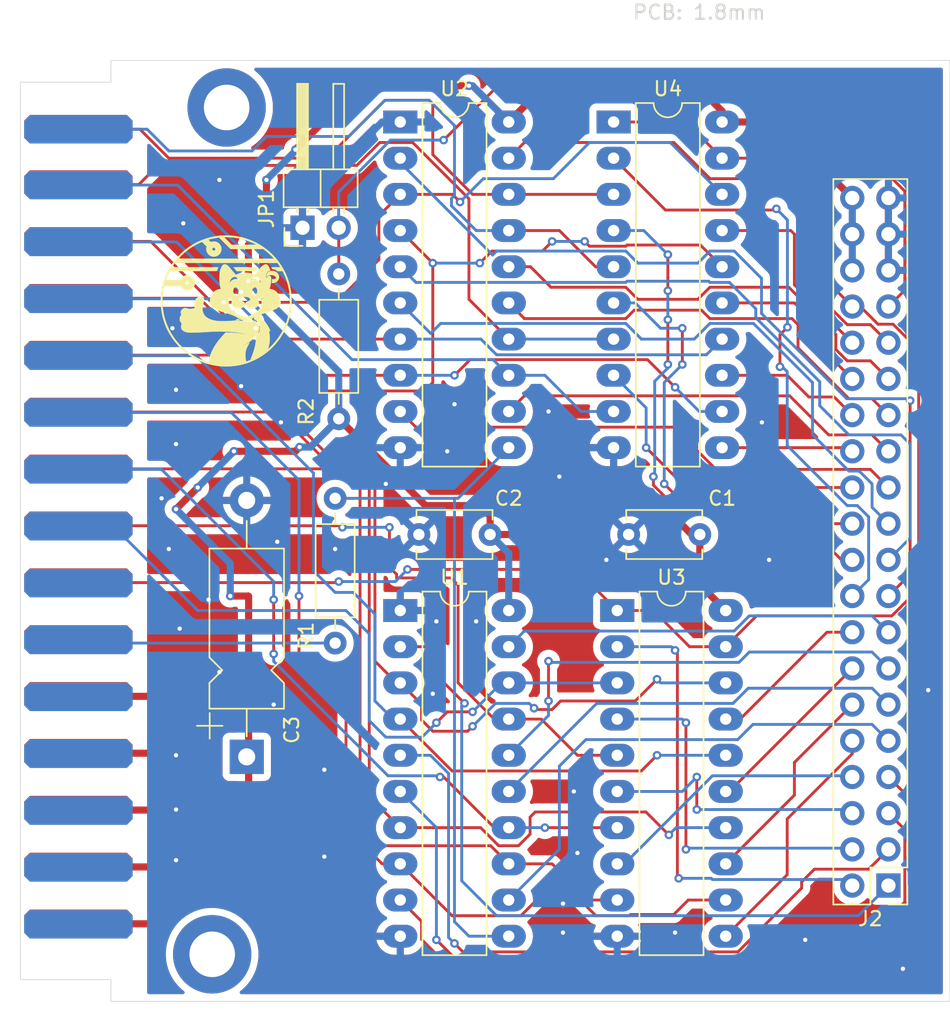
<source format=kicad_pcb>
(kicad_pcb (version 20221018) (generator pcbnew)
  (layers (0 "F.Cu" signal) (31 "B.Cu" signal) (34 "B.Paste" user) (35 "F.Paste" user) (36 "B.SilkS" user "B.Silkscreen") (37 "F.SilkS" user "F.Silkscreen") (38 "B.Mask" user) (39 "F.Mask" user) (44 "Edge.Cuts" user))
  (net 0 "")
  (net 1 "/A0")
  (net 2 "/A1")
  (net 3 "/A2")
  (net 4 "/A3")
  (net 5 "/A4")
  (net 6 "/A5")
  (net 7 "/A6")
  (net 8 "/A7")
  (net 9 "/A8")
  (net 10 "/A9")
  (net 11 "/A10")
  (net 12 "/A11")
  (net 13 "/A12")
  (net 14 "/A13")
  (net 15 "/A14")
  (net 16 "/A15")
  (net 17 "Net-(J2-Pin_33)")
  (net 18 "Net-(J1-Pin_19)")
  (net 19 "GND")
  (net 20 "/ALE")
  (net 21 "VCC")
  (net 22 "/~{SYSROM}")
  (net 23 "/D0")
  (net 24 "/D1")
  (net 25 "/D2")
  (net 26 "/D3")
  (net 27 "/D4")
  (net 28 "/D5")
  (net 29 "/D6")
  (net 30 "/D7")
  (net 31 "/D8")
  (net 32 "/D9")
  (net 33 "/D10")
  (net 34 "/D11")
  (net 35 "/D12")
  (net 36 "/D13")
  (net 37 "/D14")
  (net 38 "/D15")
  (net 39 "/IDA14")
  (net 40 "/IDA15")
  (net 41 "/IDA12")
  (net 42 "/IDA13")
  (net 43 "/IDA10")
  (net 44 "/IDA11")
  (net 45 "/IDA8")
  (net 46 "/IDA9")
  (net 47 "/IDA1")
  (net 48 "/IDA0")
  (net 49 "/IDA3")
  (net 50 "/IDA2")
  (net 51 "/IDA5")
  (net 52 "/IDA4")
  (net 53 "/IDA7")
  (net 54 "/IDA6")
  (net 55 "/RD")
  (net 56 "+7.5V")
  (net 60 "-5V")
  (net 61 "+12V")
  (footprint "Resistor_THT:R_Axial_DIN0207_L6.3mm_D2.5mm_P10.16mm_Horizontal" (layer "F.Cu") (at 109.22 80.772 -90)
    (fp_text reference "R2")
    (fp_text value "R")
  )
  (footprint "Package_DIP:CERDIP-20_W7.62mm_SideBrazed_LongPads" (layer "F.Cu") (at 128.778 104.394)
    (fp_text reference "U3")
    (fp_text value "74LS244")
  )
  (footprint "Capacitor_THT:C_Disc_D5.1mm_W3.2mm_P5.00mm" (layer "F.Cu") (at 134.58 99.06 180)
    (fp_text reference "C1")
    (fp_text value "C")
  )
  (footprint "MountingHole:MountingHole_3.2mm_M3_ISO14580_Pad_TopBottom" (layer "F.Cu") (at 100.33 128.524)
    (fp_text reference "REF**" hide)
    (fp_text value "MountingHole_3.2mm_M3_ISO14580_Pad_TopBottom" hide)
  )
  (footprint "Resistor_THT:R_Axial_DIN0207_L6.3mm_D2.5mm_P10.16mm_Horizontal" (layer "F.Cu") (at 108.966 96.52 -90)
    (fp_text reference "R1")
    (fp_text value "R")
  )
  (footprint "Package_DIP:CERDIP-20_W7.62mm_SideBrazed_LongPads" (layer "F.Cu") (at 113.538 70.104)
    (fp_text reference "U2")
    (fp_text value "74LS373")
  )
  (footprint "Package_DIP:CERDIP-20_W7.62mm_SideBrazed_LongPads" (layer "F.Cu") (at 113.538 104.394)
    (fp_text reference "U1")
    (fp_text value "74LS373")
  )
  (footprint "Connector_PinHeader_2.54mm:PinHeader_1x02_P2.54mm_Horizontal" (layer "F.Cu") (at 106.675 77.527 90)
    (fp_text reference "JP1")
    (fp_text value "LowBankSel")
  )
  (footprint "Capacitor_THT:C_Disc_D5.1mm_W3.2mm_P5.00mm" (layer "F.Cu") (at 119.848 99.06 180)
    (fp_text reference "C2")
    (fp_text value "C")
  )
  (footprint "MountingHole:MountingHole_3.2mm_M3_ISO14580_Pad_TopBottom" (layer "F.Cu") (at 101.346 69.088)
    (fp_text reference "REF**" hide)
    (fp_text value "MountingHole_3.2mm_M3_ISO14580_Pad_TopBottom" hide)
  )
  (footprint "Capacitor_THT:CP_Axial_L11.0mm_D5.0mm_P18.00mm_Horizontal" (layer "F.Cu") (at 102.7545 114.664 90)
    (fp_text reference "C3")
    (fp_text value "~")
  )
  (footprint "Custom:HP-Edge2" (layer "F.Cu") (at 91.44 92.964)
    (fp_text reference "J1" hide)
    (fp_text value "Top=Even!")
  )
  (footprint "Package_DIP:CERDIP-20_W7.62mm_SideBrazed_LongPads" (layer "F.Cu") (at 128.524 70.104)
    (fp_text reference "U4")
    (fp_text value "74LS244")
  )
  (footprint "Atkelar_Custom:Atkelar-Logo-2" (layer "F.Cu") (at 101.346 82.55)
    (fp_text reference "G***" hide)
    (fp_text value "LOGO" hide)
  )
  (footprint "Connector_PinHeader_2.54mm:PinHeader_2x20_P2.54mm_Vertical" (layer "F.Cu") (at 147.828 123.698 180)
    (fp_text reference "J2")
    (fp_text value "ROM-PCB")
  )
  (gr_line (start 93.218 67.31) (end 93.218 65.786) (stroke (width 0.05)) (layer "Edge.Cuts"))
  (gr_line (start 86.868 67.31) (end 93.218 67.31) (stroke (width 0.05)) (layer "Edge.Cuts"))
  (gr_line (start 93.218 65.786) (end 152.146 65.786) (stroke (width 0.05)) (layer "Edge.Cuts"))
  (gr_line (start 152.146 131.826) (end 93.218 131.826) (stroke (width 0.05)) (layer "Edge.Cuts"))
  (gr_line (start 152.146 65.786) (end 152.146 131.826) (stroke (width 0.05)) (layer "Edge.Cuts"))
  (gr_line (start 86.868 130.302) (end 86.868 67.31) (stroke (width 0.05)) (layer "Edge.Cuts"))
  (gr_line (start 93.218 131.826) (end 93.218 130.302) (stroke (width 0.05)) (layer "Edge.Cuts"))
  (gr_line (start 93.218 130.302) (end 86.868 130.302) (stroke (width 0.05)) (layer "Edge.Cuts"))
  (gr_text "PCB: 1.8mm" (at 129.794 62.992) (layer "Edge.Cuts") (effects (font (size 1 1)) (justify left bottom)))
  (segment (start 118.052313 110.906) (end 116.586 109.439687) (width 0.2) (layer "F.Cu") (net 1))
  (segment (start 116.078 106.934) (end 113.538 106.934) (width 0.2) (layer "F.Cu") (net 1))
  (segment (start 116.586 107.442) (end 116.078 106.934) (width 0.2) (layer "F.Cu") (net 1))
  (segment (start 116.586 109.439687) (end 116.586 107.442) (width 0.2) (layer "F.Cu") (net 1))
  (via (at 118.052313 110.906) (size 0.6) (drill 0.3) (layers "F.Cu" "B.Cu") (net 1))
  (segment (start 118.052313 110.906) (end 117.856 111.102313) (width 0.2) (layer "B.Cu") (net 1))
  (segment (start 120.302365 125.814) (end 145.712 125.814) (width 0.2) (layer "B.Cu") (net 1))
  (segment (start 117.856 123.367635) (end 120.302365 125.814) (width 0.2) (layer "B.Cu") (net 1))
  (segment (start 117.856 111.102313) (end 117.856 123.367635) (width 0.2) (layer "B.Cu") (net 1))
  (segment (start 145.712 125.814) (end 147.828 123.698) (width 0.2) (layer "B.Cu") (net 1))
  (segment (start 141.732 123.875635) (end 137.253635 128.354) (width 0.2) (layer "F.Cu") (net 2))
  (segment (start 147.828 121.158) (end 146.438 122.548) (width 0.2) (layer "F.Cu") (net 2))
  (segment (start 137.253635 128.354) (end 117.94 128.354) (width 0.2) (layer "F.Cu") (net 2))
  (segment (start 117.94 128.354) (end 117.348 127.762) (width 0.2) (layer "F.Cu") (net 2))
  (segment (start 141.732 123.444) (end 141.732 123.875635) (width 0.2) (layer "F.Cu") (net 2))
  (segment (start 142.628 122.548) (end 141.732 123.444) (width 0.2) (layer "F.Cu") (net 2))
  (segment (start 146.438 122.548) (end 142.628 122.548) (width 0.2) (layer "F.Cu") (net 2))
  (via (at 117.348 127.762) (size 0.6) (drill 0.3) (layers "F.Cu" "B.Cu") (net 2))
  (segment (start 117.348 127.762) (end 116.932 127.346) (width 0.2) (layer "B.Cu") (net 2))
  (segment (start 115.656529 114.554) (end 113.538 114.554) (width 0.2) (layer "B.Cu") (net 2))
  (segment (start 116.932 115.829471) (end 115.656529 114.554) (width 0.2) (layer "B.Cu") (net 2))
  (segment (start 116.932 127.346) (end 116.932 115.829471) (width 0.2) (layer "B.Cu") (net 2))
  (segment (start 147.828 118.618) (end 148.978 119.768) (width 0.2) (layer "F.Cu") (net 3))
  (segment (start 145.048 128.778) (end 117.348 128.778) (width 0.2) (layer "F.Cu") (net 3))
  (segment (start 117.348 128.778) (end 116.078 127.508) (width 0.2) (layer "F.Cu") (net 3))
  (segment (start 148.978 119.768) (end 148.978 124.848) (width 0.2) (layer "F.Cu") (net 3))
  (segment (start 148.978 124.848) (end 145.048 128.778) (width 0.2) (layer "F.Cu") (net 3))
  (via (at 116.078 127.508) (size 0.6) (drill 0.3) (layers "F.Cu" "B.Cu") (net 3))
  (segment (start 116.078 127.508) (end 116.078 119.634) (width 0.2) (layer "B.Cu") (net 3))
  (segment (start 116.078 119.634) (end 113.538 117.094) (width 0.2) (layer "B.Cu") (net 3))
  (segment (start 145.812 129.178) (end 116.732 129.178) (width 0.2) (layer "F.Cu") (net 4))
  (segment (start 149.378 125.612) (end 145.812 129.178) (width 0.2) (layer "F.Cu") (net 4))
  (segment (start 147.828 116.078) (end 149.378 117.628) (width 0.2) (layer "F.Cu") (net 4))
  (segment (start 116.732 129.178) (end 115.038 127.484) (width 0.2) (layer "F.Cu") (net 4))
  (segment (start 115.038 127.484) (end 115.038 126.214) (width 0.2) (layer "F.Cu") (net 4))
  (segment (start 149.378 117.628) (end 149.378 125.612) (width 0.2) (layer "F.Cu") (net 4))
  (segment (start 115.038 126.214) (end 113.538 124.714) (width 0.2) (layer "F.Cu") (net 4))
  (segment (start 146.678 112.388) (end 138.31 112.388) (width 0.2) (layer "B.Cu") (net 5))
  (segment (start 137.244 113.454) (end 126.576 113.454) (width 0.2) (layer "B.Cu") (net 5))
  (segment (start 138.31 112.388) (end 137.244 113.454) (width 0.2) (layer "B.Cu") (net 5))
  (segment (start 147.828 113.538) (end 146.678 112.388) (width 0.2) (layer "B.Cu") (net 5))
  (segment (start 124.714 121.158) (end 121.158 124.714) (width 0.2) (layer "B.Cu") (net 5))
  (segment (start 124.714 115.316) (end 124.714 121.158) (width 0.2) (layer "B.Cu") (net 5))
  (segment (start 126.576 113.454) (end 124.714 115.316) (width 0.2) (layer "B.Cu") (net 5))
  (segment (start 137.979635 109.848) (end 136.913635 110.914) (width 0.2) (layer "B.Cu") (net 6))
  (segment (start 146.678 109.848) (end 137.979635 109.848) (width 0.2) (layer "B.Cu") (net 6))
  (segment (start 147.828 110.998) (end 146.678 109.848) (width 0.2) (layer "B.Cu") (net 6))
  (segment (start 127.338 110.914) (end 121.158 117.094) (width 0.2) (layer "B.Cu") (net 6))
  (segment (start 136.913635 110.914) (end 127.338 110.914) (width 0.2) (layer "B.Cu") (net 6))
  (segment (start 123.952 107.95) (end 123.952 110.744) (width 0.2) (layer "F.Cu") (net 7))
  (via (at 123.952 107.95) (size 0.6) (drill 0.3) (layers "F.Cu" "B.Cu") (net 7))
  (via (at 123.952 110.744) (size 0.6) (drill 0.3) (layers "F.Cu" "B.Cu") (net 7))
  (segment (start 137.33 108.034) (end 124.036 108.034) (width 0.2) (layer "B.Cu") (net 7))
  (segment (start 123.952 110.744) (end 123.952 111.76) (width 0.2) (layer "B.Cu") (net 7))
  (segment (start 147.828 108.458) (end 146.678 107.308) (width 0.2) (layer "B.Cu") (net 7))
  (segment (start 124.036 108.034) (end 123.952 107.95) (width 0.2) (layer "B.Cu") (net 7))
  (segment (start 138.056 107.308) (end 137.33 108.034) (width 0.2) (layer "B.Cu") (net 7))
  (segment (start 146.678 107.308) (end 138.056 107.308) (width 0.2) (layer "B.Cu") (net 7))
  (segment (start 123.952 111.76) (end 121.158 114.554) (width 0.2) (layer "B.Cu") (net 7))
  (segment (start 147.828 105.918) (end 146.678 104.768) (width 0.2) (layer "B.Cu") (net 8))
  (segment (start 138.056 104.768) (end 136.99 105.834) (width 0.2) (layer "B.Cu") (net 8))
  (segment (start 122.258 105.834) (end 121.158 106.934) (width 0.2) (layer "B.Cu") (net 8))
  (segment (start 146.678 104.768) (end 138.056 104.768) (width 0.2) (layer "B.Cu") (net 8))
  (segment (start 136.99 105.834) (end 122.258 105.834) (width 0.2) (layer "B.Cu") (net 8))
  (segment (start 149.352 89.662) (end 149.352 101.854) (width 0.2) (layer "F.Cu") (net 9))
  (segment (start 149.352 101.854) (end 147.828 103.378) (width 0.2) (layer "F.Cu") (net 9))
  (via (at 149.352 89.662) (size 0.6) (drill 0.3) (layers "F.Cu" "B.Cu") (net 9))
  (segment (start 144.9 89.528) (end 149.218 89.528) (width 0.2) (layer "B.Cu") (net 9))
  (segment (start 113.538 72.955686) (end 120.02434 79.442026) (width 0.2) (layer "B.Cu") (net 9))
  (segment (start 130.225635 80.01) (end 134.442365 80.01) (width 0.2) (layer "B.Cu") (net 9))
  (segment (start 113.538 72.644) (end 113.538 72.955686) (width 0.2) (layer "B.Cu") (net 9))
  (segment (start 149.218 89.528) (end 149.352 89.662) (width 0.2) (layer "B.Cu") (net 9))
  (segment (start 129.379635 79.164) (end 130.225635 80.01) (width 0.2) (layer "B.Cu") (net 9))
  (segment (start 138.911686 81.076051) (end 138.911686 83.539686) (width 0.2) (layer "B.Cu") (net 9))
  (segment (start 138.911686 83.539686) (end 144.9 89.528) (width 0.2) (layer "B.Cu") (net 9))
  (segment (start 135.288365 79.164) (end 136.999635 79.164) (width 0.2) (layer "B.Cu") (net 9))
  (segment (start 136.999635 79.164) (end 138.911686 81.076051) (width 0.2) (layer "B.Cu") (net 9))
  (segment (start 120.302366 79.164) (end 129.379635 79.164) (width 0.2) (layer "B.Cu") (net 9))
  (segment (start 120.02434 79.442026) (end 120.302366 79.164) (width 0.2) (layer "B.Cu") (net 9))
  (segment (start 134.442365 80.01) (end 135.288365 79.164) (width 0.2) (layer "B.Cu") (net 9))
  (segment (start 129.379635 81.364) (end 129.463635 81.28) (width 0.2) (layer "B.Cu") (net 10))
  (segment (start 143.002 88.334314) (end 143.002 90.018346) (width 0.2) (layer "B.Cu") (net 10))
  (segment (start 143.002 90.018346) (end 145.051654 92.068) (width 0.2) (layer "B.Cu") (net 10))
  (segment (start 138.511686 83.844) (end 143.002 88.334314) (width 0.2) (layer "B.Cu") (net 10))
  (segment (start 135.288365 81.364) (end 136.659635 81.364) (width 0.2) (layer "B.Cu") (net 10))
  (segment (start 135.204365 81.28) (end 135.288365 81.364) (width 0.2) (layer "B.Cu") (net 10))
  (segment (start 136.659635 81.364) (end 138.511686 83.216051) (width 0.2) (layer "B.Cu") (net 10))
  (segment (start 138.511686 83.216051) (end 138.511686 83.844) (width 0.2) (layer "B.Cu") (net 10))
  (segment (start 149.352 99.314) (end 147.828 100.838) (width 0.2) (layer "B.Cu") (net 10))
  (segment (start 149.352 92.71) (end 149.352 99.314) (width 0.2) (layer "B.Cu") (net 10))
  (segment (start 129.463635 81.28) (end 135.204365 81.28) (width 0.2) (layer "B.Cu") (net 10))
  (segment (start 145.051654 92.068) (end 148.71 92.068) (width 0.2) (layer "B.Cu") (net 10))
  (segment (start 113.538 80.264) (end 114.638 81.364) (width 0.2) (layer "B.Cu") (net 10))
  (segment (start 114.638 81.364) (end 129.379635 81.364) (width 0.2) (layer "B.Cu") (net 10))
  (segment (start 148.71 92.068) (end 149.352 92.71) (width 0.2) (layer "B.Cu") (net 10))
  (segment (start 145.782 94.608) (end 146.678 95.504) (width 0.2) (layer "B.Cu") (net 11))
  (segment (start 138.346 84.244) (end 142.494 88.392) (width 0.2) (layer "B.Cu") (net 11))
  (segment (start 134.188365 85.344) (end 135.288365 84.244) (width 0.2) (layer "B.Cu") (net 11))
  (segment (start 142.494 92.050346) (end 145.051654 94.608) (width 0.2) (layer "B.Cu") (net 11))
  (segment (start 146.678 97.148) (end 147.828 98.298) (width 0.2) (layer "B.Cu") (net 11))
  (segment (start 142.494 88.392) (end 142.494 92.050346) (width 0.2) (layer "B.Cu") (net 11))
  (segment (start 116.378 84.244) (end 129.379635 84.244) (width 0.2) (layer "B.Cu") (net 11))
  (segment (start 129.379635 84.244) (end 130.479635 85.344) (width 0.2) (layer "B.Cu") (net 11))
  (segment (start 135.288365 84.244) (end 138.346 84.244) (width 0.2) (layer "B.Cu") (net 11))
  (segment (start 146.678 95.504) (end 146.678 97.148) (width 0.2) (layer "B.Cu") (net 11))
  (segment (start 113.538 82.804) (end 115.678 84.944) (width 0.2) (layer "B.Cu") (net 11))
  (segment (start 130.479635 85.344) (end 134.188365 85.344) (width 0.2) (layer "B.Cu") (net 11))
  (segment (start 115.678 84.944) (end 116.378 84.244) (width 0.2) (layer "B.Cu") (net 11))
  (segment (start 145.051654 94.608) (end 145.782 94.608) (width 0.2) (layer "B.Cu") (net 11))
  (segment (start 134.366 92.456) (end 134.366 93.141635) (width 0.2) (layer "F.Cu") (net 12))
  (segment (start 134.366 93.141635) (end 135.712365 94.488) (width 0.2) (layer "F.Cu") (net 12))
  (segment (start 135.712365 94.488) (end 146.558 94.488) (width 0.2) (layer "F.Cu") (net 12))
  (segment (start 114.638 91.524) (end 133.434 91.524) (width 0.2) (layer "F.Cu") (net 12))
  (segment (start 146.558 94.488) (end 147.828 95.758) (width 0.2) (layer "F.Cu") (net 12))
  (segment (start 133.434 91.524) (end 134.366 92.456) (width 0.2) (layer "F.Cu") (net 12))
  (segment (start 113.538 90.424) (end 114.638 91.524) (width 0.2) (layer "F.Cu") (net 12))
  (segment (start 122.258 89.324) (end 140.886 89.324) (width 0.2) (layer "F.Cu") (net 13))
  (segment (start 143.63 92.068) (end 146.678 92.068) (width 0.2) (layer "F.Cu") (net 13))
  (segment (start 140.886 89.324) (end 143.63 92.068) (width 0.2) (layer "F.Cu") (net 13))
  (segment (start 121.158 90.424) (end 122.258 89.324) (width 0.2) (layer "F.Cu") (net 13))
  (segment (start 146.678 92.068) (end 147.828 93.218) (width 0.2) (layer "F.Cu") (net 13))
  (segment (start 122.258 83.904) (end 129.379635 83.904) (width 0.2) (layer "F.Cu") (net 14))
  (segment (start 141.478 84.328) (end 141.478 85.954346) (width 0.2) (layer "F.Cu") (net 14))
  (segment (start 129.379635 83.904) (end 129.971635 83.312) (width 0.2) (layer "F.Cu") (net 14))
  (segment (start 146.678 89.528) (end 147.828 90.678) (width 0.2) (layer "F.Cu") (net 14))
  (segment (start 121.158 82.804) (end 122.258 83.904) (width 0.2) (layer "F.Cu") (net 14))
  (segment (start 141.478 85.954346) (end 145.051654 89.528) (width 0.2) (layer "F.Cu") (net 14))
  (segment (start 135.288365 83.904) (end 141.054 83.904) (width 0.2) (layer "F.Cu") (net 14))
  (segment (start 141.054 83.904) (end 141.478 84.328) (width 0.2) (layer "F.Cu") (net 14))
  (segment (start 134.696365 83.312) (end 135.288365 83.904) (width 0.2) (layer "F.Cu") (net 14))
  (segment (start 145.051654 89.528) (end 146.678 89.528) (width 0.2) (layer "F.Cu") (net 14))
  (segment (start 129.971635 83.312) (end 134.696365 83.312) (width 0.2) (layer "F.Cu") (net 14))
  (segment (start 121.158 80.264) (end 122.682 80.264) (width 0.2) (layer "F.Cu") (net 15))
  (segment (start 144.138 85.013686) (end 144.138 86.074346) (width 0.2) (layer "F.Cu") (net 15))
  (segment (start 144.931654 86.868) (end 146.558 86.868) (width 0.2) (layer "F.Cu") (net 15))
  (segment (start 134.442365 82.55) (end 135.288365 81.704) (width 0.2) (layer "F.Cu") (net 15))
  (segment (start 144.138 86.074346) (end 144.931654 86.868) (width 0.2) (layer "F.Cu") (net 15))
  (segment (start 129.379635 81.704) (end 130.225635 82.55) (width 0.2) (layer "F.Cu") (net 15))
  (segment (start 122.682 80.264) (end 124.122 81.704) (width 0.2) (layer "F.Cu") (net 15))
  (segment (start 130.225635 82.55) (end 134.442365 82.55) (width 0.2) (layer "F.Cu") (net 15))
  (segment (start 124.122 81.704) (end 129.379635 81.704) (width 0.2) (layer "F.Cu") (net 15))
  (segment (start 135.288365 81.704) (end 140.828314 81.704) (width 0.2) (layer "F.Cu") (net 15))
  (segment (start 140.828314 81.704) (end 144.138 85.013686) (width 0.2) (layer "F.Cu") (net 15))
  (segment (start 146.558 86.868) (end 147.828 88.138) (width 0.2) (layer "F.Cu") (net 15))
  (segment (start 141.394 74.084) (end 141.986 74.676) (width 0.2) (layer "F.Cu") (net 16))
  (segment (start 146.558 84.328) (end 147.828 85.598) (width 0.2) (layer "F.Cu") (net 16))
  (segment (start 141.986 74.676) (end 141.986 81.382346) (width 0.2) (layer "F.Cu") (net 16))
  (segment (start 135.298 74.084) (end 141.394 74.084) (width 0.2) (layer "F.Cu") (net 16))
  (segment (start 144.931654 84.328) (end 146.558 84.328) (width 0.2) (layer "F.Cu") (net 16))
  (segment (start 141.986 81.382346) (end 144.931654 84.328) (width 0.2) (layer "F.Cu") (net 16))
  (segment (start 122.258 71.544) (end 132.758 71.544) (width 0.2) (layer "F.Cu") (net 16))
  (segment (start 132.758 71.544) (end 135.298 74.084) (width 0.2) (layer "F.Cu") (net 16))
  (segment (start 121.158 72.644) (end 122.258 71.544) (width 0.2) (layer "F.Cu") (net 16))
  (segment (start 148.978 74.961654) (end 141.688346 67.672) (width 0.2) (layer "F.Cu") (net 17))
  (segment (start 120.438 67.522) (end 116.586 71.374) (width 0.2) (layer "F.Cu") (net 17))
  (segment (start 109.22 80.772) (end 109.22 77.532) (width 0.2) (layer "F.Cu") (net 17))
  (segment (start 148.978 81.908) (end 148.978 74.961654) (width 0.2) (layer "F.Cu") (net 17))
  (segment (start 135.594 67.522) (end 120.438 67.522) (width 0.2) (layer "F.Cu") (net 17))
  (segment (start 141.688346 67.672) (end 135.744 67.672) (width 0.2) (layer "F.Cu") (net 17))
  (segment (start 109.22 77.532) (end 109.215 77.527) (width 0.2) (layer "F.Cu") (net 17))
  (segment (start 147.828 83.058) (end 148.978 81.908) (width 0.2) (layer "F.Cu") (net 17))
  (segment (start 135.744 67.672) (end 135.594 67.522) (width 0.2) (layer "F.Cu") (net 17))
  (via (at 116.586 71.374) (size 0.6) (drill 0.3) (layers "F.Cu" "B.Cu") (net 17))
  (segment (start 109.215 75.011365) (end 109.215 77.527) (width 0.2) (layer "B.Cu") (net 17))
  (segment (start 112.852365 71.374) (end 109.215 75.011365) (width 0.2) (layer "B.Cu") (net 17))
  (segment (start 116.586 71.374) (end 112.852365 71.374) (width 0.2) (layer "B.Cu") (net 17))
  (segment (start 108.966 106.68) (end 91.149716 106.68) (width 0.2) (layer "B.Cu") (net 18))
  (segment (start 91.149716 106.68) (end 90.932 106.462284) (width 0.2) (layer "B.Cu") (net 18))
  (segment (start 97.245708 122.391708) (end 97.282 122.428) (width 0.5) (layer "F.Cu") (net 19))
  (segment (start 90.932 110.417424) (end 97.717424 110.417424) (width 0.5) (layer "F.Cu") (net 19))
  (segment (start 97.75372 118.40028) (end 97.79 118.364) (width 0.5) (layer "F.Cu") (net 19))
  (segment (start 97.282 122.428) (end 97.79 121.92) (width 0.5) (layer "F.Cu") (net 19))
  (segment (start 97.79 118.364) (end 97.79 114.554) (width 0.5) (layer "F.Cu") (net 19))
  (segment (start 97.717424 110.417424) (end 97.79 110.49) (width 0.2) (layer "F.Cu") (net 19))
  (segment (start 97.79 121.92) (end 97.79 118.364) (width 0.5) (layer "F.Cu") (net 19))
  (segment (start 90.932 118.40028) (end 97.75372 118.40028) (width 0.5) (layer "F.Cu") (net 19))
  (segment (start 97.644852 114.408852) (end 90.932 114.408852) (width 0.5) (layer "F.Cu") (net 19))
  (segment (start 97.79 110.49) (end 97.79 114.554) (width 0.5) (layer "F.Cu") (net 19))
  (segment (start 97.79 114.554) (end 97.644852 114.408852) (width 0.5) (layer "F.Cu") (net 19))
  (segment (start 90.932 122.391708) (end 97.245708 122.391708) (width 0.5) (layer "F.Cu") (net 19))
  (via (at 100.838 74.168) (size 0.6) (drill 0.3) (layers "F.Cu" "B.Cu") (net 19))
  (via (at 97.536 84.582) (size 0.6) (drill 0.3) (layers "F.Cu" "B.Cu") (net 19))
  (via (at 105.156 91.186) (size 0.6) (drill 0.3) (layers "F.Cu" "B.Cu") (net 19))
  (via (at 125.984 121.412) (size 0.6) (drill 0.3) (layers "F.Cu" "B.Cu") (net 19))
  (via (at 124.968 124.968) (size 0.6) (drill 0.3) (layers "F.Cu" "B.Cu") (net 19))
  (via (at 108.204 115.57) (size 0.6) (drill 0.3) (layers "F.Cu" "B.Cu") (net 19))
  (via (at 118.872 105.156) (size 0.6) (drill 0.3) (layers "F.Cu" "B.Cu") (net 19))
  (via (at 104.648 110.998) (size 0.6) (drill 0.3) (layers "F.Cu" "B.Cu") (net 19))
  (via (at 97.79 114.554) (size 0.6) (drill 0.3) (layers "F.Cu" "B.Cu") (net 19))
  (via (at 116.84 93.218) (size 0.6) (drill 0.3) (layers "F.Cu" "B.Cu") (net 19))
  (via (at 125.73 117.094) (size 0.6) (drill 0.3) (layers "F.Cu" "B.Cu") (net 19))
  (via (at 141.986 127.508) (size 0.6) (drill 0.3) (layers "F.Cu" "B.Cu") (net 19))
  (via (at 139.446 100.838) (size 0.6) (drill 0.3) (layers "F.Cu" "B.Cu") (net 19))
  (via (at 97.79 92.71) (size 0.6) (drill 0.3) (layers "F.Cu" "B.Cu") (net 19))
  (via (at 98.044 105.664) (size 0.6) (drill 0.3) (layers "F.Cu" "B.Cu") (net 19))
  (via (at 124.968 127) (size 0.6) (drill 0.3) (layers "F.Cu" "B.Cu") (net 19))
  (via (at 123.952 90.424) (size 0.6) (drill 0.3) (layers "F.Cu" "B.Cu") (net 19))
  (via (at 116.078 105.156) (size 0.6) (drill 0.3) (layers "F.Cu" "B.Cu") (net 19))
  (via (at 102.362 88.646) (size 0.6) (drill 0.3) (layers "F.Cu" "B.Cu") (net 19))
  (via (at 117.348 89.916) (size 0.6) (drill 0.3) (layers "F.Cu" "B.Cu") (net 19))
  (via (at 104.902 99.568) (size 0.6) (drill 0.3) (layers "F.Cu" "B.Cu") (net 19))
  (via (at 132.842 127) (size 0.6) (drill 0.3) (layers "F.Cu" "B.Cu") (net 19))
  (via (at 102.362 82.042) (size 0.6) (drill 0.3) (layers "F.Cu" "B.Cu") (net 19))
  (via (at 150.622 109.982) (size 0.6) (drill 0.3) (layers "F.Cu" "B.Cu") (net 19))
  (via (at 124.714 94.996) (size 0.6) (drill 0.3) (layers "F.Cu" "B.Cu") (net 19))
  (via (at 128.016 100.838) (size 0.6) (drill 0.3) (layers "F.Cu" "B.Cu") (net 19))
  (via (at 98.298 77.216) (size 0.6) (drill 0.3) (layers "F.Cu" "B.Cu") (net 19))
  (via (at 100.838 108.712) (size 0.6) (drill 0.3) (layers "F.Cu" "B.Cu") (net 19))
  (via (at 112.522 95.504) (size 0.6) (drill 0.3) (layers "F.Cu" "B.Cu") (net 19))
  (via (at 97.282 100.076) (size 0.6) (drill 0.3) (layers "F.Cu" "B.Cu") (net 19))
  (via (at 138.938 91.186) (size 0.6) (drill 0.3) (layers "F.Cu" "B.Cu") (net 19))
  (via (at 96.774 96.52) (size 0.6) (drill 0.3) (layers "F.Cu" "B.Cu") (net 19))
  (via (at 108.966 100.076) (size 0.6) (drill 0.3) (layers "F.Cu" "B.Cu") (net 19))
  (via (at 97.79 121.92) (size 0.6) (drill 0.3) (layers "F.Cu" "B.Cu") (net 19))
  (via (at 100.076 103.632) (size 0.6) (drill 0.3) (layers "F.Cu" "B.Cu") (net 19))
  (via (at 97.79 88.9) (size 0.6) (drill 0.3) (layers "F.Cu" "B.Cu") (net 19))
  (via (at 97.79 118.364) (size 0.6) (drill 0.3) (layers "F.Cu" "B.Cu") (net 19))
  (via (at 148.844 129.54) (size 0.6) (drill 0.3) (layers "F.Cu" "B.Cu") (net 19))
  (via (at 115.824 110.236) (size 0.6) (drill 0.3) (layers "F.Cu" "B.Cu") (net 19))
  (via (at 108.204 121.666) (size 0.6) (drill 0.3) (layers "F.Cu" "B.Cu") (net 19))
  (segment (start 113.538 70.104) (end 112.268 70.104) (width 0.5) (layer "B.Cu") (net 19))
  (segment (start 112.268 70.104) (end 111.252 71.12) (width 0.5) (layer "B.Cu") (net 19))
  (segment (start 117.348 126.238) (end 118.364 127.254) (width 0.2) (layer "B.Cu") (net 20))
  (segment (start 117.348 96.52) (end 117.602 96.52) (width 0.2) (layer "B.Cu") (net 20))
  (segment (start 117.348 96.52) (end 117.348 126.238) (width 0.2) (layer "B.Cu") (net 20))
  (segment (start 117.602 96.52) (end 121.158 92.964) (width 0.2) (layer "B.Cu") (net 20))
  (segment (start 118.364 127.254) (end 121.158 127.254) (width 0.2) (layer "B.Cu") (net 20))
  (segment (start 108.966 96.52) (end 117.348 96.52) (width 0.2) (layer "B.Cu") (net 20))
  (segment (start 119.848 99.06) (end 125.73 99.06) (width 0.5) (layer "F.Cu") (net 21))
  (segment (start 132.485653 97.536) (end 134.009653 99.06) (width 0.5) (layer "F.Cu") (net 21))
  (segment (start 121.158 70.104) (end 123.19 68.072) (width 0.5) (layer "F.Cu") (net 21))
  (segment (start 136.144 69.342) (end 136.144 70.104) (width 0.5) (layer "F.Cu") (net 21))
  (segment (start 102.8875 103.3955) (end 102.87 103.378) (width 0.5) (layer "F.Cu") (net 21))
  (segment (start 134.58 102.576) (end 136.398 104.394) (width 0.5) (layer "F.Cu") (net 21))
  (segment (start 102.87 103.378) (end 101.6 103.378) (width 0.5) (layer "F.Cu") (net 21))
  (segment (start 119.126 97.028) (end 119.848 97.75) (width 0.5) (layer "F.Cu") (net 21))
  (segment (start 115.316 97.028) (end 119.126 97.028) (width 0.5) (layer "F.Cu") (net 21))
  (segment (start 90.932 126.383144) (end 96.301212 126.383144) (width 0.5) (layer "F.Cu") (net 21))
  (segment (start 106.172 72.044) (end 110.652 67.564) (width 0.5) (layer "F.Cu") (net 21))
  (segment (start 134.58 99.06) (end 134.58 102.576) (width 0.5) (layer "F.Cu") (net 21))
  (segment (start 119.848 97.75) (end 119.848 99.06) (width 0.5) (layer "F.Cu") (net 21))
  (segment (start 109.22 90.932) (end 115.316 97.028) (width 0.5) (layer "F.Cu") (net 21))
  (segment (start 110.652 67.564) (end 118.364 67.564) (width 0.5) (layer "F.Cu") (net 21))
  (segment (start 127.254 97.536) (end 132.485653 97.536) (width 0.5) (layer "F.Cu") (net 21))
  (segment (start 102.87 81.28) (end 102.87 78.732) (width 0.5) (layer "F.Cu") (net 21))
  (segment (start 134.874 68.072) (end 136.144 69.342) (width 0.5) (layer "F.Cu") (net 21))
  (segment (start 123.19 68.072) (end 134.874 68.072) (width 0.5) (layer "F.Cu") (net 21))
  (segment (start 102.8875 121.72) (end 102.8875 103.3955) (width 0.5) (layer "F.Cu") (net 21))
  (segment (start 139.954 70.104) (end 145.288 75.438) (width 0.5) (layer "F.Cu") (net 21))
  (segment (start 136.144 70.104) (end 139.954 70.104) (width 0.5) (layer "F.Cu") (net 21))
  (segment (start 125.73 99.06) (end 127.254 97.536) (width 0.5) (layer "F.Cu") (net 21))
  (segment (start 106.172 93.218) (end 106.469265 92.920735) (width 0.5) (layer "F.Cu") (net 21))
  (segment (start 98.224356 124.46) (end 100.1475 124.46) (width 0.5) (layer "F.Cu") (net 21))
  (segment (start 100.1475 124.46) (end 102.8875 121.72) (width 0.5) (layer "F.Cu") (net 21))
  (segment (start 102.87 78.732) (end 104.14 77.462) (width 0.5) (layer "F.Cu") (net 21))
  (segment (start 97.79 97.282) (end 99.314 95.758) (width 0.5) (layer "F.Cu") (net 21))
  (segment (start 96.301212 126.383144) (end 98.224356 124.46) (width 0.5) (layer "F.Cu") (net 21))
  (segment (start 101.854 93.218) (end 106.172 93.218) (width 0.5) (layer "F.Cu") (net 21))
  (segment (start 104.14 77.462) (end 104.14 74.168) (width 0.5) (layer "F.Cu") (net 21))
  (segment (start 134.009653 99.06) (end 134.58 99.06) (width 0.5) (layer "F.Cu") (net 21))
  (via (at 104.14 74.168) (size 0.6) (drill 0.3) (layers "F.Cu" "B.Cu") (net 21))
  (via (at 97.79 97.282) (size 0.6) (drill 0.3) (layers "F.Cu" "B.Cu") (net 21))
  (via (at 101.854 93.218) (size 0.6) (drill 0.3) (layers "F.Cu" "B.Cu") (net 21))
  (via (at 106.172 72.044) (size 0.6) (drill 0.3) (layers "F.Cu" "B.Cu") (net 21))
  (via (at 118.364 67.564) (size 0.6) (drill 0.3) (layers "F.Cu" "B.Cu") (net 21))
  (via (at 102.87 81.28) (size 0.6) (drill 0.3) (layers "F.Cu" "B.Cu") (net 21))
  (via (at 99.314 95.758) (size 0.6) (drill 0.3) (layers "F.Cu" "B.Cu") (net 21))
  (via (at 101.6 103.378) (size 0.6) (drill 0.3) (layers "F.Cu" "B.Cu") (net 21))
  (via (at 106.469265 92.920735) (size 0.6) (drill 0.3) (layers "F.Cu" "B.Cu") (net 21))
  (segment (start 109.22 90.932) (end 109.22 87.63) (width 0.5) (layer "B.Cu") (net 21))
  (segment (start 107.231265 92.920735) (end 109.22 90.932) (width 0.5) (layer "B.Cu") (net 21))
  (segment (start 101.6 101.092) (end 97.79 97.282) (width 0.5) (layer "B.Cu") (net 21))
  (segment (start 118.618 67.564) (end 121.158 70.104) (width 0.5) (layer "B.Cu") (net 21))
  (segment (start 118.364 67.564) (end 118.618 67.564) (width 0.5) (layer "B.Cu") (net 21))
  (segment (start 109.22 87.63) (end 102.87 81.28) (width 0.5) (layer "B.Cu") (net 21))
  (segment (start 104.14 74.168) (end 106.172 72.136) (width 0.5) (layer "B.Cu") (net 21))
  (segment (start 145.288 75.438) (end 145.288 77.978) (width 0.5) (layer "B.Cu") (net 21))
  (segment (start 145.288 77.978) (end 145.288 80.518) (width 0.5) (layer "B.Cu") (net 21))
  (segment (start 101.6 103.378) (end 101.6 101.092) (width 0.5) (layer "B.Cu") (net 21))
  (segment (start 121.158 100.37) (end 119.848 99.06) (width 0.5) (layer "B.Cu") (net 21))
  (segment (start 106.469265 92.920735) (end 107.231265 92.920735) (width 0.5) (layer "B.Cu") (net 21))
  (segment (start 121.158 104.394) (end 121.158 100.37) (width 0.5) (layer "B.Cu") (net 21))
  (segment (start 106.172 72.136) (end 106.172 72.044) (width 0.5) (layer "B.Cu") (net 21))
  (segment (start 99.314 95.758) (end 101.854 93.218) (width 0.5) (layer "B.Cu") (net 21))
  (segment (start 133.604 70.104) (end 136.144 72.644) (width 0.2) (layer "F.Cu") (net 22))
  (segment (start 147.094843 84.299157) (end 145.853686 83.058) (width 0.2) (layer "F.Cu") (net 22))
  (segment (start 148.155503 84.299157) (end 147.094843 84.299157) (width 0.2) (layer "F.Cu") (net 22))
  (segment (start 145.853686 83.058) (end 145.288 83.058) (width 0.2) (layer "F.Cu") (net 22))
  (segment (start 136.398 106.934) (end 138.564 104.768) (width 0.2) (layer "F.Cu") (net 22))
  (segment (start 90.932 102.434568) (end 109.147432 102.434568) (width 0.2) (layer "F.Cu") (net 22))
  (segment (start 140.716 72.644) (end 143.51 75.438) (width 0.2) (layer "F.Cu") (net 22))
  (segment (start 148.064346 104.768) (end 149.952 102.880346) (width 0.2) (layer "F.Cu") (net 22))
  (segment (start 136.144 72.644) (end 140.716 72.644) (width 0.2) (layer "F.Cu") (net 22))
  (segment (start 114.046 101.508) (end 125.892 101.508) (width 0.2) (layer "F.Cu") (net 22))
  (segment (start 138.564 104.768) (end 148.064346 104.768) (width 0.2) (layer "F.Cu") (net 22))
  (segment (start 109.147432 102.434568) (end 109.22 102.362) (width 0.2) (layer "F.Cu") (net 22))
  (segment (start 131.318 104.394) (end 133.858 106.934) (width 0.2) (layer "F.Cu") (net 22))
  (segment (start 149.952 102.880346) (end 149.952 86.095654) (width 0.2) (layer "F.Cu") (net 22))
  (segment (start 133.858 106.934) (end 136.398 106.934) (width 0.2) (layer "F.Cu") (net 22))
  (segment (start 128.778 104.394) (end 131.318 104.394) (width 0.2) (layer "F.Cu") (net 22))
  (segment (start 149.952 86.095654) (end 148.155503 84.299157) (width 0.2) (layer "F.Cu") (net 22))
  (segment (start 125.892 101.508) (end 128.778 104.394) (width 0.2) (layer "F.Cu") (net 22))
  (segment (start 143.51 75.438) (end 143.51 81.28) (width 0.2) (layer "F.Cu") (net 22))
  (segment (start 128.524 70.104) (end 133.604 70.104) (width 0.2) (layer "F.Cu") (net 22))
  (segment (start 143.51 81.28) (end 145.288 83.058) (width 0.2) (layer "F.Cu") (net 22))
  (via (at 114.046 101.508) (size 0.6) (drill 0.3) (layers "F.Cu" "B.Cu") (net 22))
  (via (at 109.22 102.362) (size 0.6) (drill 0.3) (layers "F.Cu" "B.Cu") (net 22))
  (segment (start 113.192 102.362) (end 114.046 101.508) (width 0.2) (layer "B.Cu") (net 22))
  (segment (start 109.22 102.362) (end 113.192 102.362) (width 0.2) (layer "B.Cu") (net 22))
  (segment (start 133.004 123.098) (end 133.004 107.35) (width 0.2) (layer "F.Cu") (net 23))
  (segment (start 133.096 123.19) (end 133.004 123.098) (width 0.2) (layer "F.Cu") (net 23))
  (segment (start 133.004 107.35) (end 132.842 107.188) (width 0.2) (layer "F.Cu") (net 23))
  (via (at 133.096 123.19) (size 0.6) (drill 0.3) (layers "F.Cu" "B.Cu") (net 23))
  (via (at 132.842 107.188) (size 0.6) (drill 0.3) (layers "F.Cu" "B.Cu") (net 23))
  (segment (start 135.382 123.19) (end 135.466 123.274) (width 0.2) (layer "B.Cu") (net 23))
  (segment (start 133.096 123.19) (end 135.382 123.19) (width 0.2) (layer "B.Cu") (net 23))
  (segment (start 132.842 107.188) (end 132.588 106.934) (width 0.2) (layer "B.Cu") (net 23))
  (segment (start 135.466 123.274) (end 144.864 123.274) (width 0.2) (layer "B.Cu") (net 23))
  (segment (start 132.588 106.934) (end 128.778 106.934) (width 0.2) (layer "B.Cu") (net 23))
  (segment (start 144.864 123.274) (end 145.288 123.698) (width 0.2) (layer "B.Cu") (net 23))
  (segment (start 133.604 121.158) (end 133.604 112.268) (width 0.2) (layer "F.Cu") (net 24))
  (via (at 133.604 112.268) (size 0.6) (drill 0.3) (layers "F.Cu" "B.Cu") (net 24))
  (via (at 133.604 121.158) (size 0.6) (drill 0.3) (layers "F.Cu" "B.Cu") (net 24))
  (segment (start 133.604 112.268) (end 133.35 112.014) (width 0.2) (layer "B.Cu") (net 24))
  (segment (start 145.204 121.074) (end 145.288 121.158) (width 0.2) (layer "B.Cu") (net 24))
  (segment (start 133.688 121.074) (end 145.204 121.074) (width 0.2) (layer "B.Cu") (net 24))
  (segment (start 133.35 112.014) (end 128.778 112.014) (width 0.2) (layer "B.Cu") (net 24))
  (segment (start 133.604 121.158) (end 133.688 121.074) (width 0.2) (layer "B.Cu") (net 24))
  (segment (start 134.366 118.364) (end 134.366 116.078) (width 0.2) (layer "F.Cu") (net 25))
  (via (at 134.366 118.364) (size 0.6) (drill 0.3) (layers "F.Cu" "B.Cu") (net 25))
  (via (at 134.366 116.078) (size 0.6) (drill 0.3) (layers "F.Cu" "B.Cu") (net 25))
  (segment (start 145.034 118.364) (end 134.366 118.364) (width 0.2) (layer "B.Cu") (net 25))
  (segment (start 134.366 116.078) (end 133.35 117.094) (width 0.2) (layer "B.Cu") (net 25))
  (segment (start 133.35 117.094) (end 128.778 117.094) (width 0.2) (layer "B.Cu") (net 25))
  (segment (start 145.288 118.618) (end 145.034 118.364) (width 0.2) (layer "B.Cu") (net 25))
  (segment (start 135.466 115.994) (end 129.286 122.174) (width 0.2) (layer "B.Cu") (net 26))
  (segment (start 129.286 122.174) (end 128.778 122.174) (width 0.2) (layer "B.Cu") (net 26))
  (segment (start 145.288 116.078) (end 145.204 115.994) (width 0.2) (layer "B.Cu") (net 26))
  (segment (start 145.204 115.994) (end 135.466 115.994) (width 0.2) (layer "B.Cu") (net 26))
  (segment (start 145.288 113.538) (end 145.288 114.451654) (width 0.2) (layer "F.Cu") (net 27))
  (segment (start 140.716 119.023654) (end 140.716 122.936) (width 0.2) (layer "F.Cu") (net 27))
  (segment (start 145.288 114.451654) (end 140.716 119.023654) (width 0.2) (layer "F.Cu") (net 27))
  (segment (start 140.716 122.936) (end 136.398 127.254) (width 0.2) (layer "F.Cu") (net 27))
  (segment (start 141.224 115.062) (end 141.224 117.348) (width 0.2) (layer "F.Cu") (net 28))
  (segment (start 145.288 110.998) (end 141.224 115.062) (width 0.2) (layer "F.Cu") (net 28))
  (segment (start 141.224 117.348) (end 136.398 122.174) (width 0.2) (layer "F.Cu") (net 28))
  (segment (start 145.288 108.458) (end 136.652 117.094) (width 0.2) (layer "F.Cu") (net 29))
  (segment (start 136.652 117.094) (end 136.398 117.094) (width 0.2) (layer "F.Cu") (net 29))
  (segment (start 145.288 105.918) (end 143.51 105.918) (width 0.2) (layer "F.Cu") (net 30))
  (segment (start 143.51 105.918) (end 137.414 112.014) (width 0.2) (layer "F.Cu") (net 30))
  (segment (start 137.414 112.014) (end 136.398 112.014) (width 0.2) (layer "F.Cu") (net 30))
  (segment (start 132.164 76.284) (end 139.87 76.284) (width 0.2) (layer "F.Cu") (net 31))
  (segment (start 140.208 85.037175) (end 140.732852 84.512323) (width 0.2) (layer "F.Cu") (net 31))
  (segment (start 128.524 72.644) (end 132.164 76.284) (width 0.2) (layer "F.Cu") (net 31))
  (segment (start 140.208 87.284) (end 140.208 85.037175) (width 0.2) (layer "F.Cu") (net 31))
  (segment (start 139.87 76.284) (end 139.954 76.2) (width 0.2) (layer "F.Cu") (net 31))
  (via (at 139.954 76.2) (size 0.6) (drill 0.3) (layers "F.Cu" "B.Cu") (net 31))
  (via (at 140.208 87.284) (size 0.6) (drill 0.3) (layers "F.Cu" "B.Cu") (net 31))
  (via (at 140.732852 84.512323) (size 0.6) (drill 0.3) (layers "F.Cu" "B.Cu") (net 31))
  (segment (start 145.644346 97.028) (end 146.438 97.821654) (width 0.2) (layer "B.Cu") (net 31))
  (segment (start 140.716 87.63) (end 140.716 92.812346) (width 0.2) (layer "B.Cu") (net 31))
  (segment (start 146.438 97.821654) (end 146.438 102.228) (width 0.2) (layer "B.Cu") (net 31))
  (segment (start 140.208 87.284) (end 140.37 87.284) (width 0.2) (layer "B.Cu") (net 31))
  (segment (start 140.732852 84.512323) (end 140.732852 76.978852) (width 0.2) (layer "B.Cu") (net 31))
  (segment (start 140.732852 76.978852) (end 139.954 76.2) (width 0.2) (layer "B.Cu") (net 31))
  (segment (start 144.931654 97.028) (end 145.644346 97.028) (width 0.2) (layer "B.Cu") (net 31))
  (segment (start 140.37 87.284) (end 140.716 87.63) (width 0.2) (layer "B.Cu") (net 31))
  (segment (start 146.438 102.228) (end 145.288 103.378) (width 0.2) (layer "B.Cu") (net 31))
  (segment (start 140.716 92.812346) (end 144.931654 97.028) (width 0.2) (layer "B.Cu") (net 31))
  (segment (start 133.009471 97.282) (end 140.97 97.282) (width 0.2) (layer "F.Cu") (net 32))
  (segment (start 132.334 79.756) (end 132.334 79.41) (width 0.2) (layer "F.Cu") (net 32))
  (segment (start 131.318 95.590529) (end 133.009471 97.282) (width 0.2) (layer "F.Cu") (net 32))
  (segment (start 132.334 81.95) (end 132.334 79.756) (width 0.2) (layer "F.Cu") (net 32))
  (segment (start 131.318 94.996) (end 131.318 95.590529) (width 0.2) (layer "F.Cu") (net 32))
  (segment (start 140.97 97.282) (end 144.526 100.838) (width 0.2) (layer "F.Cu") (net 32))
  (segment (start 132.334 84.582) (end 132.334 83.982) (width 0.2) (layer "F.Cu") (net 32))
  (segment (start 132.334 87.122) (end 132.334 84.582) (width 0.2) (layer "F.Cu") (net 32))
  (segment (start 144.526 100.838) (end 145.288 100.838) (width 0.2) (layer "F.Cu") (net 32))
  (via (at 131.318 94.996) (size 0.6) (drill 0.3) (layers "F.Cu" "B.Cu") (net 32))
  (via (at 132.334 81.95) (size 0.6) (drill 0.3) (layers "F.Cu" "B.Cu") (net 32))
  (via (at 132.334 83.982) (size 0.6) (drill 0.3) (layers "F.Cu" "B.Cu") (net 32))
  (via (at 132.334 79.41) (size 0.6) (drill 0.3) (layers "F.Cu" "B.Cu") (net 32))
  (via (at 132.334 87.122) (size 0.6) (drill 0.3) (layers "F.Cu" "B.Cu") (net 32))
  (segment (start 130.648 77.724) (end 128.524 77.724) (width 0.2) (layer "B.Cu") (net 32))
  (segment (start 132.334 87.376) (end 132.334 87.122) (width 0.2) (layer "B.Cu") (net 32))
  (segment (start 132.334 79.41) (end 130.648 77.724) (width 0.2) (layer "B.Cu") (net 32))
  (segment (start 131.41 88.3) (end 132.334 87.376) (width 0.2) (layer "B.Cu") (net 32))
  (segment (start 132.334 83.982) (end 132.334 81.95) (width 0.2) (layer "B.Cu") (net 32))
  (segment (start 131.41 94.904) (end 131.41 88.3) (width 0.2) (layer "B.Cu") (net 32))
  (segment (start 131.318 94.996) (end 131.41 94.904) (width 0.2) (layer "B.Cu") (net 32))
  (segment (start 143.256 98.298) (end 141.478 96.52) (width 0.2) (layer "F.Cu") (net 33))
  (segment (start 141.478 96.52) (end 133.096 96.52) (width 0.2) (layer "F.Cu") (net 33))
  (segment (start 133.35 85.09) (end 133.35 84.582) (width 0.2) (layer "F.Cu") (net 33))
  (segment (start 133.35 87.122) (end 133.35 85.09) (width 0.2) (layer "F.Cu") (net 33))
  (segment (start 145.288 98.298) (end 143.256 98.298) (width 0.2) (layer "F.Cu") (net 33))
  (segment (start 133.096 96.52) (end 132.08 95.504) (width 0.2) (layer "F.Cu") (net 33))
  (via (at 133.35 87.122) (size 0.6) (drill 0.3) (layers "F.Cu" "B.Cu") (net 33))
  (via (at 132.08 95.504) (size 0.6) (drill 0.3) (layers "F.Cu" "B.Cu") (net 33))
  (via (at 133.35 84.582) (size 0.6) (drill 0.3) (layers "F.Cu" "B.Cu") (net 33))
  (segment (start 130.048 82.804) (end 128.524 82.804) (width 0.2) (layer "B.Cu") (net 33))
  (segment (start 132.08 95.504) (end 132.08 88.392) (width 0.2) (layer "B.Cu") (net 33))
  (segment (start 131.826 84.582) (end 130.048 82.804) (width 0.2) (layer "B.Cu") (net 33))
  (segment (start 133.35 84.582) (end 131.826 84.582) (width 0.2) (layer "B.Cu") (net 33))
  (segment (start 132.08 88.392) (end 133.35 87.122) (width 0.2) (layer "B.Cu") (net 33))
  (segment (start 130.81 92.964) (end 133.604 95.758) (width 0.2) (layer "F.Cu") (net 34))
  (segment (start 133.604 95.758) (end 145.288 95.758) (width 0.2) (layer "F.Cu") (net 34))
  (via (at 130.81 92.964) (size 0.6) (drill 0.3) (layers "F.Cu" "B.Cu") (net 34))
  (segment (start 130.81 90.17) (end 128.524 87.884) (width 0.2) (layer "B.Cu") (net 34))
  (segment (start 130.81 92.964) (end 130.81 90.17) (width 0.2) (layer "B.Cu") (net 34))
  (segment (start 136.144 92.964) (end 145.034 92.964) (width 0.2) (layer "F.Cu") (net 35))
  (segment (start 145.034 92.964) (end 145.288 93.218) (width 0.2) (layer "F.Cu") (net 35))
  (segment (start 144.018 89.408) (end 145.288 90.678) (width 0.2) (layer "F.Cu") (net 36))
  (segment (start 136.144 87.884) (end 140.716 87.884) (width 0.2) (layer "F.Cu") (net 36))
  (segment (start 142.24 89.408) (end 144.018 89.408) (width 0.2) (layer "F.Cu") (net 36))
  (segment (start 140.716 87.884) (end 142.24 89.408) (width 0.2) (layer "F.Cu") (net 36))
  (segment (start 141.224 82.804) (end 141.986 83.566) (width 0.2) (layer "F.Cu") (net 37))
  (segment (start 141.986 83.566) (end 141.986 84.836) (width 0.2) (layer "F.Cu") (net 37))
  (segment (start 136.144 82.804) (end 141.224 82.804) (width 0.2) (layer "F.Cu") (net 37))
  (segment (start 141.986 84.836) (end 145.288 88.138) (width 0.2) (layer "F.Cu") (net 37))
  (segment (start 141.224 81.534) (end 145.288 85.598) (width 0.2) (layer "F.Cu") (net 38))
  (segment (start 141.224 77.978) (end 141.224 81.534) (width 0.2) (layer "F.Cu") (net 38))
  (segment (start 136.144 77.724) (end 140.97 77.724) (width 0.2) (layer "F.Cu") (net 38))
  (segment (start 140.97 77.724) (end 141.224 77.978) (width 0.2) (layer "F.Cu") (net 38))
  (segment (start 128.524 80.264) (end 127.254 80.264) (width 0.2) (layer "F.Cu") (net 39))
  (segment (start 127.254 80.264) (end 124.714 77.724) (width 0.2) (layer "F.Cu") (net 39))
  (segment (start 124.714 77.724) (end 121.158 77.724) (width 0.2) (layer "F.Cu") (net 39))
  (segment (start 112.462 68.58) (end 115.57 68.58) (width 0.2) (layer "B.Cu") (net 39))
  (segment (start 90.932 70.612) (end 95.758 70.612) (width 0.2) (layer "B.Cu") (net 39))
  (segment (start 104.14 71.12) (end 109.922 71.12) (width 0.2) (layer "B.Cu") (net 39))
  (segment (start 118.872 77.724) (end 121.158 77.724) (width 0.2) (layer "B.Cu") (net 39))
  (segment (start 117.137892 75.469579) (end 117.137892 75.989892) (width 0.2) (layer "B.Cu") (net 39))
  (segment (start 117.348 75.259471) (end 117.137892 75.469579) (width 0.2) (layer "B.Cu") (net 39))
  (segment (start 95.758 70.612) (end 97.284 72.138) (width 0.2) (layer "B.Cu") (net 39))
  (segment (start 109.922 71.12) (end 112.462 68.58) (width 0.2) (layer "B.Cu") (net 39))
  (segment (start 97.284 72.138) (end 103.122 72.138) (width 0.2) (layer "B.Cu") (net 39))
  (segment (start 115.57 68.58) (end 117.348 70.358) (width 0.2) (layer "B.Cu") (net 39))
  (segment (start 117.348 70.358) (end 117.348 75.259471) (width 0.2) (layer "B.Cu") (net 39))
  (segment (start 103.122 72.138) (end 104.14 71.12) (width 0.2) (layer "B.Cu") (net 39))
  (segment (start 117.137892 75.989892) (end 118.872 77.724) (width 0.2) (layer "B.Cu") (net 39))
  (segment (start 112.462 68.58) (end 115.57 68.58) (width 0.2) (layer "F.Cu") (net 40))
  (segment (start 128.524 75.184) (end 121.158 75.184) (width 0.2) (layer "F.Cu") (net 40))
  (segment (start 108.398 72.644) (end 112.462 68.58) (width 0.2) (layer "F.Cu") (net 40))
  (segment (start 95.25 70.612) (end 97.282 72.644) (width 0.2) (layer "F.Cu") (net 40))
  (segment (start 97.282 72.644) (end 108.398 72.644) (width 0.2) (layer "F.Cu") (net 40))
  (segment (start 115.57 68.58) (end 115.824 68.834) (width 0.2) (layer "F.Cu") (net 40))
  (segment (start 118.618 75.184) (end 121.158 75.184) (width 0.2) (layer "F.Cu") (net 40))
  (segment (start 90.932 70.612) (end 95.25 70.612) (width 0.2) (layer "F.Cu") (net 40))
  (segment (start 115.824 68.834) (end 115.824 72.39) (width 0.2) (layer "F.Cu") (net 40))
  (segment (start 115.824 72.39) (end 118.618 75.184) (width 0.2) (layer "F.Cu") (net 40))
  (segment (start 121.158 87.884) (end 123.698 87.884) (width 0.2) (layer "B.Cu") (net 41))
  (segment (start 120.058 86.784) (end 121.158 87.884) (width 0.2) (layer "B.Cu") (net 41))
  (segment (start 90.932 74.53086) (end 97.89886 74.53086) (width 0.2) (layer "B.Cu") (net 41))
  (segment (start 97.89886 74.53086) (end 110.152 86.784) (width 0.2) (layer "B.Cu") (net 41))
  (segment (start 126.238 90.424) (end 128.524 90.424) (width 0.2) (layer "B.Cu") (net 41))
  (segment (start 123.698 87.884) (end 126.238 90.424) (width 0.2) (layer "B.Cu") (net 41))
  (segment (start 110.152 86.784) (end 120.058 86.784) (width 0.2) (layer "B.Cu") (net 41))
  (segment (start 110.49 73.152) (end 112.098 71.544) (width 0.2) (layer "F.Cu") (net 42))
  (segment (start 95.177428 74.494572) (end 96.52 73.152) (width 0.2) (layer "F.Cu") (net 42))
  (segment (start 112.098 71.544) (end 114.412314 71.544) (width 0.2) (layer "F.Cu") (net 42))
  (segment (start 90.932 74.494572) (end 95.177428 74.494572) (width 0.2) (layer "F.Cu") (net 42))
  (segment (start 118.364 82.55) (end 121.158 85.344) (width 0.2) (layer "F.Cu") (net 42))
  (segment (start 96.52 73.152) (end 110.49 73.152) (width 0.2) (layer "F.Cu") (net 42))
  (segment (start 114.412314 71.544) (end 118.364 75.495686) (width 0.2) (layer "F.Cu") (net 42))
  (segment (start 118.364 75.495686) (end 118.364 82.55) (width 0.2) (layer "F.Cu") (net 42))
  (segment (start 121.158 85.344) (end 128.524 85.344) (width 0.2) (layer "B.Cu") (net 42))
  (segment (start 104.14 85.344) (end 113.538 85.344) (width 0.2) (layer "F.Cu") (net 43))
  (segment (start 103.378 84.582) (end 104.14 85.344) (width 0.2) (layer "F.Cu") (net 43))
  (via (at 103.378 84.582) (size 0.6) (drill 0.3) (layers "F.Cu" "B.Cu") (net 43))
  (segment (start 103.378 84.074) (end 103.378 84.582) (width 0.2) (layer "B.Cu") (net 43))
  (segment (start 90.932 78.522288) (end 97.826288 78.522288) (width 0.2) (layer "B.Cu") (net 43))
  (segment (start 113.538 85.344) (end 119.202365 85.344) (width 0.2) (layer "B.Cu") (net 43))
  (segment (start 97.826288 78.522288) (end 103.378 84.074) (width 0.2) (layer "B.Cu") (net 43))
  (segment (start 119.202365 85.344) (end 120.302365 86.444) (width 0.2) (layer "B.Cu") (net 43))
  (segment (start 135.044 86.444) (end 136.144 85.344) (width 0.2) (layer "B.Cu") (net 43))
  (segment (start 120.302365 86.444) (end 135.044 86.444) (width 0.2) (layer "B.Cu") (net 43))
  (segment (start 130.902 86.784) (end 118.448 86.784) (width 0.2) (layer "F.Cu") (net 44))
  (segment (start 105.41 87.884) (end 113.538 87.884) (width 0.2) (layer "F.Cu") (net 44))
  (segment (start 132.842 88.724) (end 130.902 86.784) (width 0.2) (layer "F.Cu") (net 44))
  (segment (start 118.448 86.784) (end 117.348 87.884) (width 0.2) (layer "F.Cu") (net 44))
  (segment (start 96.012 78.486) (end 105.41 87.884) (width 0.2) (layer "F.Cu") (net 44))
  (segment (start 90.932 78.486) (end 96.012 78.486) (width 0.2) (layer "F.Cu") (net 44))
  (via (at 117.348 87.884) (size 0.6) (drill 0.3) (layers "F.Cu" "B.Cu") (net 44))
  (via (at 132.842 88.724) (size 0.6) (drill 0.3) (layers "F.Cu" "B.Cu") (net 44))
  (segment (start 113.538 87.884) (end 117.348 87.884) (width 0.2) (layer "B.Cu") (net 44))
  (segment (start 134.542 90.424) (end 136.144 90.424) (width 0.2) (layer "B.Cu") (net 44))
  (segment (start 132.842 88.724) (end 134.542 90.424) (width 0.2) (layer "B.Cu") (net 44))
  (segment (start 112.038 76.684) (end 113.538 75.184) (width 0.2) (layer "F.Cu") (net 45))
  (segment (start 112.038 79.763635) (end 112.038 76.684) (width 0.2) (layer "F.Cu") (net 45))
  (segment (start 101.135265 82.760735) (end 109.0409 82.760735) (width 0.2) (layer "F.Cu") (net 45))
  (segment (start 113.538 75.184) (end 117.203784 75.184) (width 0.2) (layer "F.Cu") (net 45))
  (segment (start 117.203784 75.184) (end 117.737892 75.718108) (width 0.2) (layer "F.Cu") (net 45))
  (segment (start 109.0409 82.760735) (end 112.038 79.763635) (width 0.2) (layer "F.Cu") (net 45))
  (via (at 117.737892 75.718108) (size 0.6) (drill 0.3) (layers "F.Cu" "B.Cu") (net 45))
  (via (at 101.135265 82.760735) (size 0.6) (drill 0.3) (layers "F.Cu" "B.Cu") (net 45))
  (segment (start 100.547716 82.513716) (end 100.794735 82.760735) (width 0.2) (layer "B.Cu") (net 45))
  (segment (start 124.29 74.084) (end 126.83 71.544) (width 0.2) (layer "B.Cu") (net 45))
  (segment (start 100.794735 82.760735) (end 101.135265 82.760735) (width 0.2) (layer "B.Cu") (net 45))
  (segment (start 117.737892 75.718108) (end 119.372 74.084) (width 0.2) (layer "B.Cu") (net 45))
  (segment (start 132.504 71.544) (end 136.144 75.184) (width 0.2) (layer "B.Cu") (net 45))
  (segment (start 126.83 71.544) (end 132.504 71.544) (width 0.2) (layer "B.Cu") (net 45))
  (segment (start 90.932 82.513716) (end 100.547716 82.513716) (width 0.2) (layer "B.Cu") (net 45))
  (segment (start 119.372 74.084) (end 124.29 74.084) (width 0.2) (layer "B.Cu") (net 45))
  (segment (start 126.83 78.824) (end 126.492 78.486) (width 0.2) (layer "F.Cu") (net 46))
  (segment (start 129.463635 78.74) (end 129.379635 78.824) (width 0.2) (layer "F.Cu") (net 46))
  (segment (start 105.944314 88.984) (end 115.232 88.984) (width 0.2) (layer "F.Cu") (net 46))
  (segment (start 129.379635 78.824) (end 126.83 78.824) (width 0.2) (layer "F.Cu") (net 46))
  (segment (start 115.232 88.984) (end 115.824 88.392) (width 0.2) (layer "F.Cu") (net 46))
  (segment (start 119.972 79.164) (end 119.126 80.01) (width 0.2) (layer "F.Cu") (net 46))
  (segment (start 99.437742 82.477428) (end 105.944314 88.984) (width 0.2) (layer "F.Cu") (net 46))
  (segment (start 115.824 80.01) (end 113.538 77.724) (width 0.2) (layer "F.Cu") (net 46))
  (segment (start 134.62 78.74) (end 129.463635 78.74) (width 0.2) (layer "F.Cu") (net 46))
  (segment (start 115.824 88.392) (end 115.824 80.01) (width 0.2) (layer "F.Cu") (net 46))
  (segment (start 136.144 80.264) (end 134.62 78.74) (width 0.2) (layer "F.Cu") (net 46))
  (segment (start 123.528 79.164) (end 119.972 79.164) (width 0.2) (layer "F.Cu") (net 46))
  (segment (start 90.932 82.477428) (end 99.437742 82.477428) (width 0.2) (layer "F.Cu") (net 46))
  (segment (start 124.206 78.486) (end 123.528 79.164) (width 0.2) (layer "F.Cu") (net 46))
  (via (at 115.824 80.01) (size 0.6) (drill 0.3) (layers "F.Cu" "B.Cu") (net 46))
  (via (at 124.206 78.486) (size 0.6) (drill 0.3) (layers "F.Cu" "B.Cu") (net 46))
  (via (at 126.492 78.486) (size 0.6) (drill 0.3) (layers "F.Cu" "B.Cu") (net 46))
  (via (at 119.126 80.01) (size 0.6) (drill 0.3) (layers "F.Cu" "B.Cu") (net 46))
  (segment (start 119.126 80.01) (end 115.824 80.01) (width 0.2) (layer "B.Cu") (net 46))
  (segment (start 126.492 78.486) (end 124.206 78.486) (width 0.2) (layer "B.Cu") (net 46))
  (segment (start 117.178 115.654) (end 113.538 112.014) (width 0.2) (layer "F.Cu") (net 47))
  (segment (start 130.472 115.654) (end 117.178 115.654) (width 0.2) (layer "F.Cu") (net 47))
  (segment (start 131.572 114.554) (end 130.472 115.654) (width 0.2) (layer "F.Cu") (net 47))
  (via (at 131.572 114.554) (size 0.6) (drill 0.3) (layers "F.Cu" "B.Cu") (net 47))
  (segment (start 99.205144 86.505144) (end 107.442 94.742) (width 0.2) (layer "B.Cu") (net 47))
  (segment (start 107.442 101.6) (end 108.966 103.124) (width 0.2) (layer "B.Cu") (net 47))
  (segment (start 111.76 110.744) (end 113.03 112.014) (width 0.2) (layer "B.Cu") (net 47))
  (segment (start 90.932 86.505144) (end 99.205144 86.505144) (width 0.2) (layer "B.Cu") (net 47))
  (segment (start 107.442 94.742) (end 107.442 101.6) (width 0.2) (layer "B.Cu") (net 47))
  (segment (start 113.03 112.014) (end 113.538 112.014) (width 0.2) (layer "B.Cu") (net 47))
  (segment (start 108.966 103.124) (end 110.236 103.124) (width 0.2) (layer "B.Cu") (net 47))
  (segment (start 110.236 103.124) (end 111.76 104.648) (width 0.2) (layer "B.Cu") (net 47))
  (segment (start 136.398 114.554) (end 131.572 114.554) (width 0.2) (layer "B.Cu") (net 47))
  (segment (start 111.76 104.648) (end 111.76 110.744) (width 0.2) (layer "B.Cu") (net 47))
  (segment (start 90.932 86.468856) (end 102.216856 86.468856) (width 0.2) (layer "F.Cu") (net 48))
  (segment (start 123.028 111.344) (end 122.936 111.252) (width 0.2) (layer "F.Cu") (net 48))
  (segment (start 115.829471 112.868) (end 115.038 112.076529) (width 0.2) (layer "F.Cu") (net 48))
  (segment (start 124.800529 110.744) (end 124.200529 111.344) (width 0.2) (layer "F.Cu") (net 48))
  (segment (start 124.200529 111.344) (end 123.028 111.344) (width 0.2) (layer "F.Cu") (net 48))
  (segment (start 118.272 112.868) (end 115.829471 112.868) (width 0.2) (layer "F.Cu") (net 48))
  (segment (start 102.216856 86.468856) (end 106.172 90.424) (width 0.2) (layer "F.Cu") (net 48))
  (segment (start 115.038 110.974) (end 113.538 109.474) (width 0.2) (layer "F.Cu") (net 48))
  (segment (start 106.172 91.186) (end 108.458 93.472) (width 0.2) (layer "F.Cu") (net 48))
  (segment (start 111.76 94.742) (end 111.76 107.95) (width 0.2) (layer "F.Cu") (net 48))
  (segment (start 131.572 109.22) (end 130.048 110.744) (width 0.2) (layer "F.Cu") (net 48))
  (segment (start 110.49 93.472) (end 111.76 94.742) (width 0.2) (layer "F.Cu") (net 48))
  (segment (start 106.172 90.424) (end 106.172 91.186) (width 0.2) (layer "F.Cu") (net 48))
  (segment (start 108.458 93.472) (end 110.49 93.472) (width 0.2) (layer "F.Cu") (net 48))
  (segment (start 113.284 109.474) (end 113.538 109.474) (width 0.2) (layer "F.Cu") (net 48))
  (segment (start 111.76 107.95) (end 113.284 109.474) (width 0.2) (layer "F.Cu") (net 48))
  (segment (start 130.048 110.744) (end 124.800529 110.744) (width 0.2) (layer "F.Cu") (net 48))
  (segment (start 115.038 112.076529) (end 115.038 110.974) (width 0.2) (layer "F.Cu") (net 48))
  (segment (start 118.618 112.522) (end 118.272 112.868) (width 0.2) (layer "F.Cu") (net 48))
  (via (at 131.572 109.22) (size 0.6) (drill 0.3) (layers "F.Cu" "B.Cu") (net 48))
  (via (at 122.936 111.252) (size 0.6) (drill 0.3) (layers "F.Cu" "B.Cu") (net 48))
  (via (at 118.618 112.522) (size 0.6) (drill 0.3) (layers "F.Cu" "B.Cu") (net 48))
  (segment (start 122.598 110.914) (end 120.226 110.914) (width 0.2) (layer "B.Cu") (net 48))
  (segment (start 122.936 111.252) (end 122.598 110.914) (width 0.2) (layer "B.Cu") (net 48))
  (segment (start 136.398 109.474) (end 131.826 109.474) (width 0.2) (layer "B.Cu") (net 48))
  (segment (start 131.826 109.474) (end 131.572 109.22) (width 0.2) (layer "B.Cu") (net 48))
  (segment (start 120.226 110.914) (end 118.618 112.522) (width 0.2) (layer "B.Cu") (net 48))
  (segment (start 136.398 124.714) (end 133.771471 124.714) (width 0.2) (layer "F.Cu") (net 49))
  (segment (start 122.013635 125.814) (end 117.178 125.814) (width 0.2) (layer "F.Cu") (net 49))
  (segment (start 117.178 125.814) (end 113.538 122.174) (width 0.2) (layer "F.Cu") (net 49))
  (segment (start 127.280314 125.814) (end 125.164314 123.698) (width 0.2) (layer "F.Cu") (net 49))
  (segment (start 109.728 110.744) (end 109.728 119.634) (width 0.2) (layer "F.Cu") (net 49))
  (segment (start 133.771471 124.714) (end 132.755471 125.73) (width 0.2) (layer "F.Cu") (net 49))
  (segment (start 106.426 107.442) (end 109.728 110.744) (width 0.2) (layer "F.Cu") (net 49))
  (segment (start 124.129635 123.698) (end 122.013635 125.814) (width 0.2) (layer "F.Cu") (net 49))
  (segment (start 132.755471 125.73) (end 129.717635 125.73) (width 0.2) (layer "F.Cu") (net 49))
  (segment (start 129.633635 125.814) (end 127.280314 125.814) (width 0.2) (layer "F.Cu") (net 49))
  (segment (start 125.164314 123.698) (end 124.129635 123.698) (width 0.2) (layer "F.Cu") (net 49))
  (segment (start 106.426 103.378) (end 106.426 107.442) (width 0.2) (layer "F.Cu") (net 49))
  (segment (start 109.728 119.634) (end 112.268 122.174) (width 0.2) (layer "F.Cu") (net 49))
  (segment (start 129.717635 125.73) (end 129.633635 125.814) (width 0.2) (layer "F.Cu") (net 49))
  (segment (start 112.268 122.174) (end 113.538 122.174) (width 0.2) (layer "F.Cu") (net 49))
  (via (at 106.426 103.378) (size 0.6) (drill 0.3) (layers "F.Cu" "B.Cu") (net 49))
  (segment (start 101.672572 90.496572) (end 106.426 95.25) (width 0.2) (layer "B.Cu") (net 49))
  (segment (start 106.426 95.25) (end 106.426 103.378) (width 0.2) (layer "B.Cu") (net 49))
  (segment (start 90.932 90.496572) (end 101.672572 90.496572) (width 0.2) (layer "B.Cu") (net 49))
  (segment (start 122.658 118.895999) (end 122.658 120.089635) (width 0.2) (layer "F.Cu") (net 50))
  (segment (start 105.772 90.786) (end 105.772 91.351686) (width 0.2) (layer "F.Cu") (net 50))
  (segment (start 110.236 93.98) (end 111.36 95.104) (width 0.2) (layer "F.Cu") (net 50))
  (segment (start 90.932 90.460284) (end 105.446284 90.460284) (width 0.2) (layer "F.Cu") (net 50))
  (segment (start 123.019999 118.534) (end 122.658 118.895999) (width 0.2) (layer "F.Cu") (net 50))
  (segment (start 111.36 117.456) (end 113.538 119.634) (width 0.2) (layer "F.Cu") (net 50))
  (segment (start 108.400314 93.98) (end 110.236 93.98) (width 0.2) (layer "F.Cu") (net 50))
  (segment (start 105.772 91.351686) (end 108.400314 93.98) (width 0.2) (layer "F.Cu") (net 50))
  (segment (start 105.446284 90.460284) (end 105.772 90.786) (width 0.2) (layer "F.Cu") (net 50))
  (segment (start 130.796 118.534) (end 123.019999 118.534) (width 0.2) (layer "F.Cu") (net 50))
  (segment (start 120.453686 120.904) (end 119.183686 119.634) (width 0.2) (layer "F.Cu") (net 50))
  (segment (start 111.36 95.104) (end 111.36 117.456) (width 0.2) (layer "F.Cu") (net 50))
  (segment (start 121.843635 120.904) (end 120.453686 120.904) (width 0.2) (layer "F.Cu") (net 50))
  (segment (start 119.183686 119.634) (end 113.538 119.634) (width 0.2) (layer "F.Cu") (net 50))
  (segment (start 122.658 120.089635) (end 121.843635 120.904) (width 0.2) (layer "F.Cu") (net 50))
  (segment (start 132.404 120.142) (end 130.796 118.534) (width 0.2) (layer "F.Cu") (net 50))
  (via (at 132.404 120.142) (size 0.6) (drill 0.3) (layers "F.Cu" "B.Cu") (net 50))
  (segment (start 132.404 120.142) (end 132.912 119.634) (width 0.2) (layer "B.Cu") (net 50))
  (segment (start 132.912 119.634) (end 136.398 119.634) (width 0.2) (layer "B.Cu") (net 50))
  (segment (start 116.332 116.078) (end 116.586 116.078) (width 0.2) (layer "F.Cu") (net 51))
  (segment (start 116.586 116.078) (end 120.142 119.634) (width 0.2) (layer "F.Cu") (net 51))
  (segment (start 120.142 119.634) (end 121.158 119.634) (width 0.2) (layer "F.Cu") (net 51))
  (segment (start 104.648 103.632) (end 104.648 107.442) (width 0.2) (layer "F.Cu") (net 51))
  (segment (start 128.778 119.634) (end 123.698 119.634) (width 0.2) (layer "F.Cu") (net 51))
  (via (at 104.648 103.632) (size 0.6) (drill 0.3) (layers "F.Cu" "B.Cu") (net 51))
  (via (at 116.332 116.078) (size 0.6) (drill 0.3) (layers "F.Cu" "B.Cu") (net 51))
  (via (at 123.698 119.634) (size 0.6) (drill 0.3) (layers "F.Cu" "B.Cu") (net 51))
  (via (at 104.648 107.442) (size 0.6) (drill 0.3) (layers "F.Cu" "B.Cu") (net 51))
  (segment (start 104.648 107.442) (end 104.648 107.959635) (width 0.2) (layer "B.Cu") (net 51))
  (segment (start 104.648 107.959635) (end 112.682365 115.994) (width 0.2) (layer "B.Cu") (net 51))
  (segment (start 90.932 94.488) (end 96.774 94.488) (width 0.2) (layer "B.Cu") (net 51))
  (segment (start 104.648 102.362) (end 104.648 103.632) (width 0.2) (layer "B.Cu") (net 51))
  (segment (start 123.698 119.634) (end 121.158 119.634) (width 0.2) (layer "B.Cu") (net 51))
  (segment (start 116.248 115.994) (end 116.332 116.078) (width 0.2) (layer "B.Cu") (net 51))
  (segment (start 96.774 94.488) (end 104.648 102.362) (width 0.2) (layer "B.Cu") (net 51))
  (segment (start 112.682365 115.994) (end 116.248 115.994) (width 0.2) (layer "B.Cu") (net 51))
  (segment (start 128.778 124.714) (end 126.746 124.714) (width 0.2) (layer "F.Cu") (net 52))
  (segment (start 110.715157 119.605157) (end 112.014 120.904) (width 0.2) (layer "F.Cu") (net 52))
  (segment (start 124.206 122.174) (end 121.158 122.174) (width 0.2) (layer "F.Cu") (net 52))
  (segment (start 90.932 94.451712) (end 110.142026 94.451712) (width 0.2) (layer "F.Cu") (net 52))
  (segment (start 119.888 120.904) (end 121.158 122.174) (width 0.2) (layer "F.Cu") (net 52))
  (segment (start 110.142026 94.451712) (end 110.715157 95.024843) (width 0.2) (layer "F.Cu") (net 52))
  (segment (start 126.746 124.714) (end 124.206 122.174) (width 0.2) (layer "F.Cu") (net 52))
  (segment (start 110.715157 95.024843) (end 110.715157 119.605157) (width 0.2) (layer "F.Cu") (net 52))
  (segment (start 112.014 120.904) (end 119.888 120.904) (width 0.2) (layer "F.Cu") (net 52))
  (segment (start 116.84 111.506) (end 116.078 112.268) (width 0.2) (layer "F.Cu") (net 53))
  (segment (start 118.618 111.506) (end 116.84 111.506) (width 0.2) (layer "F.Cu") (net 53))
  (via (at 116.078 112.268) (size 0.6) (drill 0.3) (layers "F.Cu" "B.Cu") (net 53))
  (via (at 118.618 111.506) (size 0.6) (drill 0.3) (layers "F.Cu" "B.Cu") (net 53))
  (segment (start 90.932 98.479428) (end 93.399428 98.479428) (width 0.2) (layer "B.Cu") (net 53))
  (segment (start 112.522 113.284) (end 115.062 113.284) (width 0.2) (layer "B.Cu") (net 53))
  (segment (start 109.728 104.394) (end 111.36 106.026) (width 0.2) (layer "B.Cu") (net 53))
  (segment (start 118.618 111.506) (end 120.65 109.474) (width 0.2) (layer "B.Cu") (net 53))
  (segment (start 111.36 112.122) (end 112.522 113.284) (width 0.2) (layer "B.Cu") (net 53))
  (segment (start 115.062 113.284) (end 116.078 112.268) (width 0.2) (layer "B.Cu") (net 53))
  (segment (start 111.36 106.026) (end 111.36 112.122) (width 0.2) (layer "B.Cu") (net 53))
  (segment (start 93.399428 98.479428) (end 99.314 104.394) (width 0.2) (layer "B.Cu") (net 53))
  (segment (start 99.314 104.394) (end 109.728 104.394) (width 0.2) (layer "B.Cu") (net 53))
  (segment (start 121.158 109.474) (end 128.778 109.474) (width 0.2) (layer "B.Cu") (net 53))
  (segment (start 120.65 109.474) (end 121.158 109.474) (width 0.2) (layer "B.Cu") (net 53))
  (segment (start 113.284 101.854) (end 113.284 102.108) (width 0.2) (layer "F.Cu") (net 54))
  (segment (start 90.932 98.44314) (end 109.36514 98.44314) (width 0.2) (layer "F.Cu") (net 54))
  (segment (start 112.776 101.346) (end 113.284 101.854) (width 0.2) (layer "F.Cu") (net 54))
  (segment (start 120.142 112.014) (end 121.158 112.014) (width 0.2) (layer "F.Cu") (net 54))
  (segment (start 121.158 112.014) (end 123.444 112.014) (width 0.2) (layer "F.Cu") (net 54))
  (segment (start 109.36514 98.44314) (end 109.474 98.552) (width 0.2) (layer "F.Cu") (net 54))
  (segment (start 123.444 112.014) (end 125.984 114.554) (width 0.2) (layer "F.Cu") (net 54))
  (segment (start 117.602 109.474) (end 120.142 112.014) (width 0.2) (layer "F.Cu") (net 54))
  (segment (start 112.776 98.552) (end 112.776 101.346) (width 0.2) (layer "F.Cu") (net 54))
  (segment (start 125.984 114.554) (end 128.778 114.554) (width 0.2) (layer "F.Cu") (net 54))
  (segment (start 113.284 102.108) (end 117.094 102.108) (width 0.2) (layer "F.Cu") (net 54))
  (segment (start 117.602 102.616) (end 117.602 109.474) (width 0.2) (layer "F.Cu") (net 54))
  (segment (start 117.094 102.108) (end 117.602 102.616) (width 0.2) (layer "F.Cu") (net 54))
  (via (at 112.776 98.552) (size 0.6) (drill 0.3) (layers "F.Cu" "B.Cu") (net 54))
  (via (at 109.474 98.552) (size 0.6) (drill 0.3) (layers "F.Cu" "B.Cu") (net 54))
  (segment (start 109.474 98.552) (end 112.776 98.552) (width 0.2) (layer "B.Cu") (net 54))
  (zone (net 19) (net_name "GND") (layers "F&B.Cu") (connect_pads (clearance 0.5)) (min_thickness 0.25) (fill yes (thermal_gap 0.5) (thermal_bridge_width 0.5))
    (polygon (pts (xy 95.758 66.294) (xy 95.758 131.572) (xy 151.892 131.572) (xy 151.892 66.294)))
  )
)
</source>
